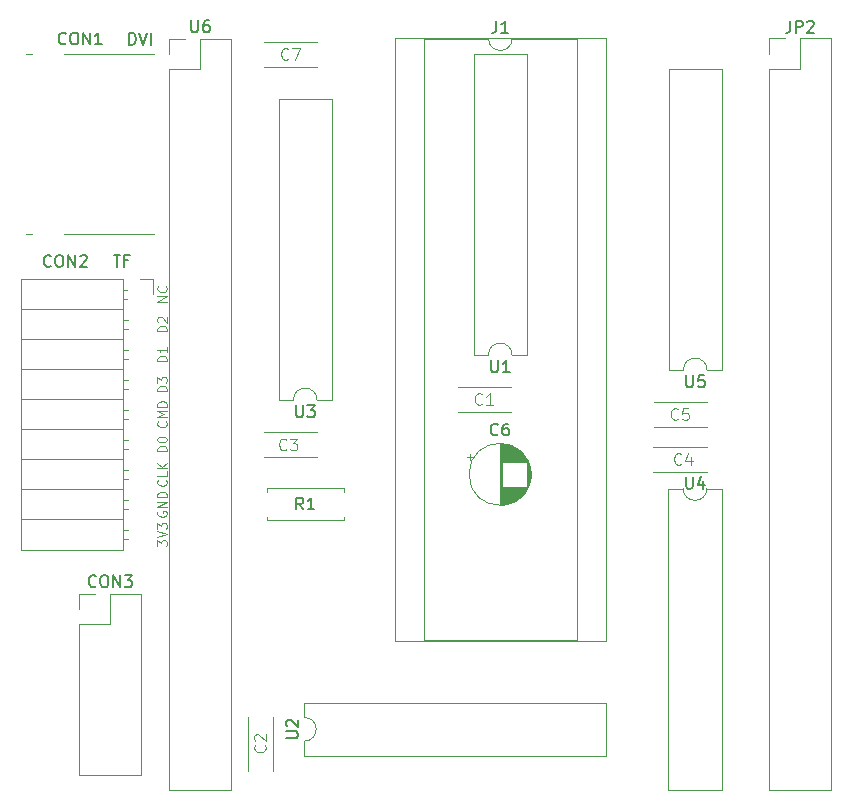
<source format=gto>
G04 #@! TF.GenerationSoftware,KiCad,Pcbnew,(6.0.9)*
G04 #@! TF.CreationDate,2024-06-02T20:06:45+02:00*
G04 #@! TF.ProjectId,Sombrero_MSX_Goa'uld_X,536f6d62-7265-4726-9f5f-4d53585f476f,rev?*
G04 #@! TF.SameCoordinates,Original*
G04 #@! TF.FileFunction,Legend,Top*
G04 #@! TF.FilePolarity,Positive*
%FSLAX46Y46*%
G04 Gerber Fmt 4.6, Leading zero omitted, Abs format (unit mm)*
G04 Created by KiCad (PCBNEW (6.0.9)) date 2024-06-02 20:06:45*
%MOMM*%
%LPD*%
G01*
G04 APERTURE LIST*
%ADD10C,0.150000*%
%ADD11C,0.120000*%
%ADD12C,0.096520*%
%ADD13R,1.600000X1.600000*%
%ADD14C,1.600000*%
%ADD15R,2.400000X1.600000*%
%ADD16O,2.400000X1.600000*%
%ADD17R,1.700000X1.700000*%
%ADD18O,1.700000X1.700000*%
%ADD19C,1.700000*%
%ADD20C,1.100000*%
%ADD21O,2.300000X1.500000*%
%ADD22O,1.600000X1.600000*%
%ADD23R,1.600000X2.400000*%
%ADD24O,1.600000X2.400000*%
G04 APERTURE END LIST*
D10*
X115911428Y-77922380D02*
X115911428Y-76922380D01*
X116149523Y-76922380D01*
X116292380Y-76970000D01*
X116387619Y-77065238D01*
X116435238Y-77160476D01*
X116482857Y-77350952D01*
X116482857Y-77493809D01*
X116435238Y-77684285D01*
X116387619Y-77779523D01*
X116292380Y-77874761D01*
X116149523Y-77922380D01*
X115911428Y-77922380D01*
X116768571Y-76922380D02*
X117101904Y-77922380D01*
X117435238Y-76922380D01*
X117768571Y-77922380D02*
X117768571Y-76922380D01*
D11*
X119106904Y-99688571D02*
X118306904Y-99688571D01*
X119106904Y-99231428D01*
X118306904Y-99231428D01*
X119030714Y-98393333D02*
X119068809Y-98431428D01*
X119106904Y-98545714D01*
X119106904Y-98621904D01*
X119068809Y-98736190D01*
X118992619Y-98812380D01*
X118916428Y-98850476D01*
X118764047Y-98888571D01*
X118649761Y-98888571D01*
X118497380Y-98850476D01*
X118421190Y-98812380D01*
X118345000Y-98736190D01*
X118306904Y-98621904D01*
X118306904Y-98545714D01*
X118345000Y-98431428D01*
X118383095Y-98393333D01*
X119106904Y-102190476D02*
X118306904Y-102190476D01*
X118306904Y-102000000D01*
X118345000Y-101885714D01*
X118421190Y-101809523D01*
X118497380Y-101771428D01*
X118649761Y-101733333D01*
X118764047Y-101733333D01*
X118916428Y-101771428D01*
X118992619Y-101809523D01*
X119068809Y-101885714D01*
X119106904Y-102000000D01*
X119106904Y-102190476D01*
X118383095Y-101428571D02*
X118345000Y-101390476D01*
X118306904Y-101314285D01*
X118306904Y-101123809D01*
X118345000Y-101047619D01*
X118383095Y-101009523D01*
X118459285Y-100971428D01*
X118535476Y-100971428D01*
X118649761Y-101009523D01*
X119106904Y-101466666D01*
X119106904Y-100971428D01*
D10*
X114601714Y-95718380D02*
X115173142Y-95718380D01*
X114887428Y-96718380D02*
X114887428Y-95718380D01*
X115839809Y-96194571D02*
X115506476Y-96194571D01*
X115506476Y-96718380D02*
X115506476Y-95718380D01*
X115982666Y-95718380D01*
D11*
X119106904Y-112350476D02*
X118306904Y-112350476D01*
X118306904Y-112160000D01*
X118345000Y-112045714D01*
X118421190Y-111969523D01*
X118497380Y-111931428D01*
X118649761Y-111893333D01*
X118764047Y-111893333D01*
X118916428Y-111931428D01*
X118992619Y-111969523D01*
X119068809Y-112045714D01*
X119106904Y-112160000D01*
X119106904Y-112350476D01*
X118306904Y-111398095D02*
X118306904Y-111321904D01*
X118345000Y-111245714D01*
X118383095Y-111207619D01*
X118459285Y-111169523D01*
X118611666Y-111131428D01*
X118802142Y-111131428D01*
X118954523Y-111169523D01*
X119030714Y-111207619D01*
X119068809Y-111245714D01*
X119106904Y-111321904D01*
X119106904Y-111398095D01*
X119068809Y-111474285D01*
X119030714Y-111512380D01*
X118954523Y-111550476D01*
X118802142Y-111588571D01*
X118611666Y-111588571D01*
X118459285Y-111550476D01*
X118383095Y-111512380D01*
X118345000Y-111474285D01*
X118306904Y-111398095D01*
X119030714Y-109829523D02*
X119068809Y-109867619D01*
X119106904Y-109981904D01*
X119106904Y-110058095D01*
X119068809Y-110172380D01*
X118992619Y-110248571D01*
X118916428Y-110286666D01*
X118764047Y-110324761D01*
X118649761Y-110324761D01*
X118497380Y-110286666D01*
X118421190Y-110248571D01*
X118345000Y-110172380D01*
X118306904Y-110058095D01*
X118306904Y-109981904D01*
X118345000Y-109867619D01*
X118383095Y-109829523D01*
X119106904Y-109486666D02*
X118306904Y-109486666D01*
X118878333Y-109220000D01*
X118306904Y-108953333D01*
X119106904Y-108953333D01*
X119106904Y-108572380D02*
X118306904Y-108572380D01*
X118306904Y-108381904D01*
X118345000Y-108267619D01*
X118421190Y-108191428D01*
X118497380Y-108153333D01*
X118649761Y-108115238D01*
X118764047Y-108115238D01*
X118916428Y-108153333D01*
X118992619Y-108191428D01*
X119068809Y-108267619D01*
X119106904Y-108381904D01*
X119106904Y-108572380D01*
X118306904Y-120370476D02*
X118306904Y-119875238D01*
X118611666Y-120141904D01*
X118611666Y-120027619D01*
X118649761Y-119951428D01*
X118687857Y-119913333D01*
X118764047Y-119875238D01*
X118954523Y-119875238D01*
X119030714Y-119913333D01*
X119068809Y-119951428D01*
X119106904Y-120027619D01*
X119106904Y-120256190D01*
X119068809Y-120332380D01*
X119030714Y-120370476D01*
X118306904Y-119646666D02*
X119106904Y-119380000D01*
X118306904Y-119113333D01*
X118306904Y-118922857D02*
X118306904Y-118427619D01*
X118611666Y-118694285D01*
X118611666Y-118580000D01*
X118649761Y-118503809D01*
X118687857Y-118465714D01*
X118764047Y-118427619D01*
X118954523Y-118427619D01*
X119030714Y-118465714D01*
X119068809Y-118503809D01*
X119106904Y-118580000D01*
X119106904Y-118808571D01*
X119068809Y-118884761D01*
X119030714Y-118922857D01*
X118345000Y-117449523D02*
X118306904Y-117525714D01*
X118306904Y-117640000D01*
X118345000Y-117754285D01*
X118421190Y-117830476D01*
X118497380Y-117868571D01*
X118649761Y-117906666D01*
X118764047Y-117906666D01*
X118916428Y-117868571D01*
X118992619Y-117830476D01*
X119068809Y-117754285D01*
X119106904Y-117640000D01*
X119106904Y-117563809D01*
X119068809Y-117449523D01*
X119030714Y-117411428D01*
X118764047Y-117411428D01*
X118764047Y-117563809D01*
X119106904Y-117068571D02*
X118306904Y-117068571D01*
X119106904Y-116611428D01*
X118306904Y-116611428D01*
X119106904Y-116230476D02*
X118306904Y-116230476D01*
X118306904Y-116040000D01*
X118345000Y-115925714D01*
X118421190Y-115849523D01*
X118497380Y-115811428D01*
X118649761Y-115773333D01*
X118764047Y-115773333D01*
X118916428Y-115811428D01*
X118992619Y-115849523D01*
X119068809Y-115925714D01*
X119106904Y-116040000D01*
X119106904Y-116230476D01*
X119106904Y-104730476D02*
X118306904Y-104730476D01*
X118306904Y-104540000D01*
X118345000Y-104425714D01*
X118421190Y-104349523D01*
X118497380Y-104311428D01*
X118649761Y-104273333D01*
X118764047Y-104273333D01*
X118916428Y-104311428D01*
X118992619Y-104349523D01*
X119068809Y-104425714D01*
X119106904Y-104540000D01*
X119106904Y-104730476D01*
X119106904Y-103511428D02*
X119106904Y-103968571D01*
X119106904Y-103740000D02*
X118306904Y-103740000D01*
X118421190Y-103816190D01*
X118497380Y-103892380D01*
X118535476Y-103968571D01*
X119106904Y-107270476D02*
X118306904Y-107270476D01*
X118306904Y-107080000D01*
X118345000Y-106965714D01*
X118421190Y-106889523D01*
X118497380Y-106851428D01*
X118649761Y-106813333D01*
X118764047Y-106813333D01*
X118916428Y-106851428D01*
X118992619Y-106889523D01*
X119068809Y-106965714D01*
X119106904Y-107080000D01*
X119106904Y-107270476D01*
X118306904Y-106546666D02*
X118306904Y-106051428D01*
X118611666Y-106318095D01*
X118611666Y-106203809D01*
X118649761Y-106127619D01*
X118687857Y-106089523D01*
X118764047Y-106051428D01*
X118954523Y-106051428D01*
X119030714Y-106089523D01*
X119068809Y-106127619D01*
X119106904Y-106203809D01*
X119106904Y-106432380D01*
X119068809Y-106508571D01*
X119030714Y-106546666D01*
X119030714Y-114776190D02*
X119068809Y-114814285D01*
X119106904Y-114928571D01*
X119106904Y-115004761D01*
X119068809Y-115119047D01*
X118992619Y-115195238D01*
X118916428Y-115233333D01*
X118764047Y-115271428D01*
X118649761Y-115271428D01*
X118497380Y-115233333D01*
X118421190Y-115195238D01*
X118345000Y-115119047D01*
X118306904Y-115004761D01*
X118306904Y-114928571D01*
X118345000Y-114814285D01*
X118383095Y-114776190D01*
X119106904Y-114052380D02*
X119106904Y-114433333D01*
X118306904Y-114433333D01*
X119106904Y-113785714D02*
X118306904Y-113785714D01*
X119106904Y-113328571D02*
X118649761Y-113671428D01*
X118306904Y-113328571D02*
X118764047Y-113785714D01*
D10*
X147133333Y-110907142D02*
X147085714Y-110954761D01*
X146942857Y-111002380D01*
X146847619Y-111002380D01*
X146704761Y-110954761D01*
X146609523Y-110859523D01*
X146561904Y-110764285D01*
X146514285Y-110573809D01*
X146514285Y-110430952D01*
X146561904Y-110240476D01*
X146609523Y-110145238D01*
X146704761Y-110050000D01*
X146847619Y-110002380D01*
X146942857Y-110002380D01*
X147085714Y-110050000D01*
X147133333Y-110097619D01*
X147990476Y-110002380D02*
X147800000Y-110002380D01*
X147704761Y-110050000D01*
X147657142Y-110097619D01*
X147561904Y-110240476D01*
X147514285Y-110430952D01*
X147514285Y-110811904D01*
X147561904Y-110907142D01*
X147609523Y-110954761D01*
X147704761Y-111002380D01*
X147895238Y-111002380D01*
X147990476Y-110954761D01*
X148038095Y-110907142D01*
X148085714Y-110811904D01*
X148085714Y-110573809D01*
X148038095Y-110478571D01*
X147990476Y-110430952D01*
X147895238Y-110383333D01*
X147704761Y-110383333D01*
X147609523Y-110430952D01*
X147561904Y-110478571D01*
X147514285Y-110573809D01*
X146558095Y-104652380D02*
X146558095Y-105461904D01*
X146605714Y-105557142D01*
X146653333Y-105604761D01*
X146748571Y-105652380D01*
X146939047Y-105652380D01*
X147034285Y-105604761D01*
X147081904Y-105557142D01*
X147129523Y-105461904D01*
X147129523Y-104652380D01*
X148129523Y-105652380D02*
X147558095Y-105652380D01*
X147843809Y-105652380D02*
X147843809Y-104652380D01*
X147748571Y-104795238D01*
X147653333Y-104890476D01*
X147558095Y-104938095D01*
X121158095Y-75862380D02*
X121158095Y-76671904D01*
X121205714Y-76767142D01*
X121253333Y-76814761D01*
X121348571Y-76862380D01*
X121539047Y-76862380D01*
X121634285Y-76814761D01*
X121681904Y-76767142D01*
X121729523Y-76671904D01*
X121729523Y-75862380D01*
X122634285Y-75862380D02*
X122443809Y-75862380D01*
X122348571Y-75910000D01*
X122300952Y-75957619D01*
X122205714Y-76100476D01*
X122158095Y-76290952D01*
X122158095Y-76671904D01*
X122205714Y-76767142D01*
X122253333Y-76814761D01*
X122348571Y-76862380D01*
X122539047Y-76862380D01*
X122634285Y-76814761D01*
X122681904Y-76767142D01*
X122729523Y-76671904D01*
X122729523Y-76433809D01*
X122681904Y-76338571D01*
X122634285Y-76290952D01*
X122539047Y-76243333D01*
X122348571Y-76243333D01*
X122253333Y-76290952D01*
X122205714Y-76338571D01*
X122158095Y-76433809D01*
X171886666Y-75906380D02*
X171886666Y-76620666D01*
X171839047Y-76763523D01*
X171743809Y-76858761D01*
X171600952Y-76906380D01*
X171505714Y-76906380D01*
X172362857Y-76906380D02*
X172362857Y-75906380D01*
X172743809Y-75906380D01*
X172839047Y-75954000D01*
X172886666Y-76001619D01*
X172934285Y-76096857D01*
X172934285Y-76239714D01*
X172886666Y-76334952D01*
X172839047Y-76382571D01*
X172743809Y-76430190D01*
X172362857Y-76430190D01*
X173315238Y-76001619D02*
X173362857Y-75954000D01*
X173458095Y-75906380D01*
X173696190Y-75906380D01*
X173791428Y-75954000D01*
X173839047Y-76001619D01*
X173886666Y-76096857D01*
X173886666Y-76192095D01*
X173839047Y-76334952D01*
X173267619Y-76906380D01*
X173886666Y-76906380D01*
X163068095Y-105922380D02*
X163068095Y-106731904D01*
X163115714Y-106827142D01*
X163163333Y-106874761D01*
X163258571Y-106922380D01*
X163449047Y-106922380D01*
X163544285Y-106874761D01*
X163591904Y-106827142D01*
X163639523Y-106731904D01*
X163639523Y-105922380D01*
X164591904Y-105922380D02*
X164115714Y-105922380D01*
X164068095Y-106398571D01*
X164115714Y-106350952D01*
X164210952Y-106303333D01*
X164449047Y-106303333D01*
X164544285Y-106350952D01*
X164591904Y-106398571D01*
X164639523Y-106493809D01*
X164639523Y-106731904D01*
X164591904Y-106827142D01*
X164544285Y-106874761D01*
X164449047Y-106922380D01*
X164210952Y-106922380D01*
X164115714Y-106874761D01*
X164068095Y-106827142D01*
X130048095Y-108462380D02*
X130048095Y-109271904D01*
X130095714Y-109367142D01*
X130143333Y-109414761D01*
X130238571Y-109462380D01*
X130429047Y-109462380D01*
X130524285Y-109414761D01*
X130571904Y-109367142D01*
X130619523Y-109271904D01*
X130619523Y-108462380D01*
X131000476Y-108462380D02*
X131619523Y-108462380D01*
X131286190Y-108843333D01*
X131429047Y-108843333D01*
X131524285Y-108890952D01*
X131571904Y-108938571D01*
X131619523Y-109033809D01*
X131619523Y-109271904D01*
X131571904Y-109367142D01*
X131524285Y-109414761D01*
X131429047Y-109462380D01*
X131143333Y-109462380D01*
X131048095Y-109414761D01*
X131000476Y-109367142D01*
D12*
X162642090Y-113400114D02*
X162596128Y-113446076D01*
X162458242Y-113492038D01*
X162366318Y-113492038D01*
X162228433Y-113446076D01*
X162136509Y-113354152D01*
X162090547Y-113262228D01*
X162044585Y-113078380D01*
X162044585Y-112940495D01*
X162090547Y-112756647D01*
X162136509Y-112664723D01*
X162228433Y-112572800D01*
X162366318Y-112526838D01*
X162458242Y-112526838D01*
X162596128Y-112572800D01*
X162642090Y-112618761D01*
X163469404Y-112848571D02*
X163469404Y-113492038D01*
X163239595Y-112480876D02*
X163009785Y-113170304D01*
X163607290Y-113170304D01*
D10*
X163053095Y-114514380D02*
X163053095Y-115323904D01*
X163100714Y-115419142D01*
X163148333Y-115466761D01*
X163243571Y-115514380D01*
X163434047Y-115514380D01*
X163529285Y-115466761D01*
X163576904Y-115419142D01*
X163624523Y-115323904D01*
X163624523Y-114514380D01*
X164529285Y-114847714D02*
X164529285Y-115514380D01*
X164291190Y-114466761D02*
X164053095Y-115181047D01*
X164672142Y-115181047D01*
D12*
X129368090Y-79110114D02*
X129322128Y-79156076D01*
X129184242Y-79202038D01*
X129092318Y-79202038D01*
X128954433Y-79156076D01*
X128862509Y-79064152D01*
X128816547Y-78972228D01*
X128770585Y-78788380D01*
X128770585Y-78650495D01*
X128816547Y-78466647D01*
X128862509Y-78374723D01*
X128954433Y-78282800D01*
X129092318Y-78236838D01*
X129184242Y-78236838D01*
X129322128Y-78282800D01*
X129368090Y-78328761D01*
X129689823Y-78236838D02*
X130333290Y-78236838D01*
X129919633Y-79202038D01*
D10*
X110545714Y-77807142D02*
X110498095Y-77854761D01*
X110355238Y-77902380D01*
X110260000Y-77902380D01*
X110117142Y-77854761D01*
X110021904Y-77759523D01*
X109974285Y-77664285D01*
X109926666Y-77473809D01*
X109926666Y-77330952D01*
X109974285Y-77140476D01*
X110021904Y-77045238D01*
X110117142Y-76950000D01*
X110260000Y-76902380D01*
X110355238Y-76902380D01*
X110498095Y-76950000D01*
X110545714Y-76997619D01*
X111164761Y-76902380D02*
X111355238Y-76902380D01*
X111450476Y-76950000D01*
X111545714Y-77045238D01*
X111593333Y-77235714D01*
X111593333Y-77569047D01*
X111545714Y-77759523D01*
X111450476Y-77854761D01*
X111355238Y-77902380D01*
X111164761Y-77902380D01*
X111069523Y-77854761D01*
X110974285Y-77759523D01*
X110926666Y-77569047D01*
X110926666Y-77235714D01*
X110974285Y-77045238D01*
X111069523Y-76950000D01*
X111164761Y-76902380D01*
X112021904Y-77902380D02*
X112021904Y-76902380D01*
X112593333Y-77902380D01*
X112593333Y-76902380D01*
X113593333Y-77902380D02*
X113021904Y-77902380D01*
X113307619Y-77902380D02*
X113307619Y-76902380D01*
X113212380Y-77045238D01*
X113117142Y-77140476D01*
X113021904Y-77188095D01*
D12*
X162358496Y-109585114D02*
X162312534Y-109631076D01*
X162174648Y-109677038D01*
X162082724Y-109677038D01*
X161944839Y-109631076D01*
X161852915Y-109539152D01*
X161806953Y-109447228D01*
X161760991Y-109263380D01*
X161760991Y-109125495D01*
X161806953Y-108941647D01*
X161852915Y-108849723D01*
X161944839Y-108757800D01*
X162082724Y-108711838D01*
X162174648Y-108711838D01*
X162312534Y-108757800D01*
X162358496Y-108803761D01*
X163231772Y-108711838D02*
X162772153Y-108711838D01*
X162726191Y-109171457D01*
X162772153Y-109125495D01*
X162864077Y-109079533D01*
X163093886Y-109079533D01*
X163185810Y-109125495D01*
X163231772Y-109171457D01*
X163277734Y-109263380D01*
X163277734Y-109493190D01*
X163231772Y-109585114D01*
X163185810Y-109631076D01*
X163093886Y-109677038D01*
X162864077Y-109677038D01*
X162772153Y-109631076D01*
X162726191Y-109585114D01*
X129216176Y-112155114D02*
X129170214Y-112201076D01*
X129032328Y-112247038D01*
X128940404Y-112247038D01*
X128802519Y-112201076D01*
X128710595Y-112109152D01*
X128664633Y-112017228D01*
X128618671Y-111833380D01*
X128618671Y-111695495D01*
X128664633Y-111511647D01*
X128710595Y-111419723D01*
X128802519Y-111327800D01*
X128940404Y-111281838D01*
X129032328Y-111281838D01*
X129170214Y-111327800D01*
X129216176Y-111373761D01*
X129537909Y-111281838D02*
X130135414Y-111281838D01*
X129813681Y-111649533D01*
X129951566Y-111649533D01*
X130043490Y-111695495D01*
X130089452Y-111741457D01*
X130135414Y-111833380D01*
X130135414Y-112063190D01*
X130089452Y-112155114D01*
X130043490Y-112201076D01*
X129951566Y-112247038D01*
X129675795Y-112247038D01*
X129583871Y-112201076D01*
X129537909Y-112155114D01*
D10*
X146986666Y-75906380D02*
X146986666Y-76620666D01*
X146939047Y-76763523D01*
X146843809Y-76858761D01*
X146700952Y-76906380D01*
X146605714Y-76906380D01*
X147986666Y-76906380D02*
X147415238Y-76906380D01*
X147700952Y-76906380D02*
X147700952Y-75906380D01*
X147605714Y-76049238D01*
X147510476Y-76144476D01*
X147415238Y-76192095D01*
D12*
X145778496Y-108320114D02*
X145732534Y-108366076D01*
X145594648Y-108412038D01*
X145502724Y-108412038D01*
X145364839Y-108366076D01*
X145272915Y-108274152D01*
X145226953Y-108182228D01*
X145180991Y-107998380D01*
X145180991Y-107860495D01*
X145226953Y-107676647D01*
X145272915Y-107584723D01*
X145364839Y-107492800D01*
X145502724Y-107446838D01*
X145594648Y-107446838D01*
X145732534Y-107492800D01*
X145778496Y-107538761D01*
X146697734Y-108412038D02*
X146146191Y-108412038D01*
X146421962Y-108412038D02*
X146421962Y-107446838D01*
X146330039Y-107584723D01*
X146238115Y-107676647D01*
X146146191Y-107722609D01*
X127385114Y-137225229D02*
X127431076Y-137271191D01*
X127477038Y-137409077D01*
X127477038Y-137501001D01*
X127431076Y-137638886D01*
X127339152Y-137730810D01*
X127247228Y-137776772D01*
X127063380Y-137822734D01*
X126925495Y-137822734D01*
X126741647Y-137776772D01*
X126649723Y-137730810D01*
X126557800Y-137638886D01*
X126511838Y-137501001D01*
X126511838Y-137409077D01*
X126557800Y-137271191D01*
X126603761Y-137225229D01*
X126603761Y-136857534D02*
X126557800Y-136811572D01*
X126511838Y-136719648D01*
X126511838Y-136489839D01*
X126557800Y-136397915D01*
X126603761Y-136351953D01*
X126695685Y-136305991D01*
X126787609Y-136305991D01*
X126925495Y-136351953D01*
X127477038Y-136903496D01*
X127477038Y-136305991D01*
D10*
X113085714Y-123757142D02*
X113038095Y-123804761D01*
X112895238Y-123852380D01*
X112800000Y-123852380D01*
X112657142Y-123804761D01*
X112561904Y-123709523D01*
X112514285Y-123614285D01*
X112466666Y-123423809D01*
X112466666Y-123280952D01*
X112514285Y-123090476D01*
X112561904Y-122995238D01*
X112657142Y-122900000D01*
X112800000Y-122852380D01*
X112895238Y-122852380D01*
X113038095Y-122900000D01*
X113085714Y-122947619D01*
X113704761Y-122852380D02*
X113895238Y-122852380D01*
X113990476Y-122900000D01*
X114085714Y-122995238D01*
X114133333Y-123185714D01*
X114133333Y-123519047D01*
X114085714Y-123709523D01*
X113990476Y-123804761D01*
X113895238Y-123852380D01*
X113704761Y-123852380D01*
X113609523Y-123804761D01*
X113514285Y-123709523D01*
X113466666Y-123519047D01*
X113466666Y-123185714D01*
X113514285Y-122995238D01*
X113609523Y-122900000D01*
X113704761Y-122852380D01*
X114561904Y-123852380D02*
X114561904Y-122852380D01*
X115133333Y-123852380D01*
X115133333Y-122852380D01*
X115514285Y-122852380D02*
X116133333Y-122852380D01*
X115800000Y-123233333D01*
X115942857Y-123233333D01*
X116038095Y-123280952D01*
X116085714Y-123328571D01*
X116133333Y-123423809D01*
X116133333Y-123661904D01*
X116085714Y-123757142D01*
X116038095Y-123804761D01*
X115942857Y-123852380D01*
X115657142Y-123852380D01*
X115561904Y-123804761D01*
X115514285Y-123757142D01*
X129192380Y-136646904D02*
X130001904Y-136646904D01*
X130097142Y-136599285D01*
X130144761Y-136551666D01*
X130192380Y-136456428D01*
X130192380Y-136265952D01*
X130144761Y-136170714D01*
X130097142Y-136123095D01*
X130001904Y-136075476D01*
X129192380Y-136075476D01*
X129287619Y-135646904D02*
X129240000Y-135599285D01*
X129192380Y-135504047D01*
X129192380Y-135265952D01*
X129240000Y-135170714D01*
X129287619Y-135123095D01*
X129382857Y-135075476D01*
X129478095Y-135075476D01*
X129620952Y-135123095D01*
X130192380Y-135694523D01*
X130192380Y-135075476D01*
X130643333Y-117272380D02*
X130310000Y-116796190D01*
X130071904Y-117272380D02*
X130071904Y-116272380D01*
X130452857Y-116272380D01*
X130548095Y-116320000D01*
X130595714Y-116367619D01*
X130643333Y-116462857D01*
X130643333Y-116605714D01*
X130595714Y-116700952D01*
X130548095Y-116748571D01*
X130452857Y-116796190D01*
X130071904Y-116796190D01*
X131595714Y-117272380D02*
X131024285Y-117272380D01*
X131310000Y-117272380D02*
X131310000Y-116272380D01*
X131214761Y-116415238D01*
X131119523Y-116510476D01*
X131024285Y-116558095D01*
X109275714Y-96647142D02*
X109228095Y-96694761D01*
X109085238Y-96742380D01*
X108990000Y-96742380D01*
X108847142Y-96694761D01*
X108751904Y-96599523D01*
X108704285Y-96504285D01*
X108656666Y-96313809D01*
X108656666Y-96170952D01*
X108704285Y-95980476D01*
X108751904Y-95885238D01*
X108847142Y-95790000D01*
X108990000Y-95742380D01*
X109085238Y-95742380D01*
X109228095Y-95790000D01*
X109275714Y-95837619D01*
X109894761Y-95742380D02*
X110085238Y-95742380D01*
X110180476Y-95790000D01*
X110275714Y-95885238D01*
X110323333Y-96075714D01*
X110323333Y-96409047D01*
X110275714Y-96599523D01*
X110180476Y-96694761D01*
X110085238Y-96742380D01*
X109894761Y-96742380D01*
X109799523Y-96694761D01*
X109704285Y-96599523D01*
X109656666Y-96409047D01*
X109656666Y-96075714D01*
X109704285Y-95885238D01*
X109799523Y-95790000D01*
X109894761Y-95742380D01*
X110751904Y-96742380D02*
X110751904Y-95742380D01*
X111323333Y-96742380D01*
X111323333Y-95742380D01*
X111751904Y-95837619D02*
X111799523Y-95790000D01*
X111894761Y-95742380D01*
X112132857Y-95742380D01*
X112228095Y-95790000D01*
X112275714Y-95837619D01*
X112323333Y-95932857D01*
X112323333Y-96028095D01*
X112275714Y-96170952D01*
X111704285Y-96742380D01*
X112323333Y-96742380D01*
D11*
X148381000Y-115340000D02*
X148381000Y-116648000D01*
X149261000Y-112601000D02*
X149261000Y-113260000D01*
X149541000Y-112981000D02*
X149541000Y-113260000D01*
X149501000Y-112917000D02*
X149501000Y-113260000D01*
X147780000Y-115340000D02*
X147780000Y-116836000D01*
X148581000Y-112053000D02*
X148581000Y-113260000D01*
X147300000Y-111720000D02*
X147300000Y-116880000D01*
X148461000Y-115340000D02*
X148461000Y-116610000D01*
X149141000Y-115340000D02*
X149141000Y-116126000D01*
X148741000Y-115340000D02*
X148741000Y-116449000D01*
X148021000Y-115340000D02*
X148021000Y-116780000D01*
X148781000Y-115340000D02*
X148781000Y-116422000D01*
X149461000Y-112857000D02*
X149461000Y-113260000D01*
X147380000Y-111721000D02*
X147380000Y-116879000D01*
X148901000Y-112265000D02*
X148901000Y-113260000D01*
X149861000Y-113782000D02*
X149861000Y-114818000D01*
X148101000Y-111845000D02*
X148101000Y-113260000D01*
X148621000Y-112076000D02*
X148621000Y-113260000D01*
X148421000Y-115340000D02*
X148421000Y-116629000D01*
X149221000Y-115340000D02*
X149221000Y-116043000D01*
X148941000Y-115340000D02*
X148941000Y-116304000D01*
X149541000Y-115340000D02*
X149541000Y-115619000D01*
X149581000Y-115340000D02*
X149581000Y-115551000D01*
X149101000Y-115340000D02*
X149101000Y-116164000D01*
X147860000Y-115340000D02*
X147860000Y-116820000D01*
X147780000Y-111764000D02*
X147780000Y-113260000D01*
X148021000Y-111820000D02*
X148021000Y-113260000D01*
X148221000Y-111886000D02*
X148221000Y-113260000D01*
X147980000Y-115340000D02*
X147980000Y-116791000D01*
X149821000Y-113623000D02*
X149821000Y-114977000D01*
X148701000Y-112125000D02*
X148701000Y-113260000D01*
X148061000Y-115340000D02*
X148061000Y-116768000D01*
X149181000Y-112515000D02*
X149181000Y-113260000D01*
X149461000Y-115340000D02*
X149461000Y-115743000D01*
X149021000Y-112363000D02*
X149021000Y-113260000D01*
X148741000Y-112151000D02*
X148741000Y-113260000D01*
X148421000Y-111971000D02*
X148421000Y-113260000D01*
X147660000Y-115340000D02*
X147660000Y-116856000D01*
X149501000Y-115340000D02*
X149501000Y-115683000D01*
X147900000Y-111789000D02*
X147900000Y-113260000D01*
X149661000Y-113202000D02*
X149661000Y-115398000D01*
X149221000Y-112557000D02*
X149221000Y-113260000D01*
X147540000Y-115340000D02*
X147540000Y-116869000D01*
X147820000Y-115340000D02*
X147820000Y-116828000D01*
X147740000Y-111757000D02*
X147740000Y-113260000D01*
X147460000Y-111724000D02*
X147460000Y-116876000D01*
X148821000Y-112205000D02*
X148821000Y-113260000D01*
X148541000Y-115340000D02*
X148541000Y-116568000D01*
X148301000Y-111918000D02*
X148301000Y-113260000D01*
X147940000Y-115340000D02*
X147940000Y-116801000D01*
X147820000Y-111772000D02*
X147820000Y-113260000D01*
X147340000Y-111720000D02*
X147340000Y-116880000D01*
X148341000Y-111935000D02*
X148341000Y-113260000D01*
X149301000Y-115340000D02*
X149301000Y-115953000D01*
X147940000Y-111799000D02*
X147940000Y-113260000D01*
X147620000Y-111739000D02*
X147620000Y-113260000D01*
X148661000Y-112100000D02*
X148661000Y-113260000D01*
X148901000Y-115340000D02*
X148901000Y-116335000D01*
X149141000Y-112474000D02*
X149141000Y-113260000D01*
X147700000Y-115340000D02*
X147700000Y-116850000D01*
X148141000Y-111858000D02*
X148141000Y-113260000D01*
X147860000Y-111780000D02*
X147860000Y-113260000D01*
X147700000Y-111750000D02*
X147700000Y-113260000D01*
X148701000Y-115340000D02*
X148701000Y-116475000D01*
X148261000Y-115340000D02*
X148261000Y-116698000D01*
X147420000Y-111722000D02*
X147420000Y-116878000D01*
X147500000Y-111727000D02*
X147500000Y-116873000D01*
X147540000Y-111731000D02*
X147540000Y-113260000D01*
X147900000Y-115340000D02*
X147900000Y-116811000D01*
X149181000Y-115340000D02*
X149181000Y-116085000D01*
X148501000Y-112010000D02*
X148501000Y-113260000D01*
X148861000Y-112235000D02*
X148861000Y-113260000D01*
X148341000Y-115340000D02*
X148341000Y-116665000D01*
X149301000Y-112647000D02*
X149301000Y-113260000D01*
X147660000Y-111744000D02*
X147660000Y-113260000D01*
X149021000Y-115340000D02*
X149021000Y-116237000D01*
X148141000Y-115340000D02*
X148141000Y-116742000D01*
X148861000Y-115340000D02*
X148861000Y-116365000D01*
X148581000Y-115340000D02*
X148581000Y-116547000D01*
X149061000Y-115340000D02*
X149061000Y-116201000D01*
X148101000Y-115340000D02*
X148101000Y-116755000D01*
X148621000Y-115340000D02*
X148621000Y-116524000D01*
X148261000Y-111902000D02*
X148261000Y-113260000D01*
X144495225Y-112825000D02*
X144995225Y-112825000D01*
X149341000Y-115340000D02*
X149341000Y-115905000D01*
X149781000Y-113495000D02*
X149781000Y-115105000D01*
X149581000Y-113049000D02*
X149581000Y-113260000D01*
X148181000Y-115340000D02*
X148181000Y-116728000D01*
X147580000Y-115340000D02*
X147580000Y-116865000D01*
X149901000Y-114016000D02*
X149901000Y-114584000D01*
X148181000Y-111872000D02*
X148181000Y-113260000D01*
X149701000Y-113289000D02*
X149701000Y-115311000D01*
X148301000Y-115340000D02*
X148301000Y-116682000D01*
X148941000Y-112296000D02*
X148941000Y-113260000D01*
X149421000Y-112800000D02*
X149421000Y-113260000D01*
X149621000Y-113122000D02*
X149621000Y-115478000D01*
X148781000Y-112178000D02*
X148781000Y-113260000D01*
X148661000Y-115340000D02*
X148661000Y-116500000D01*
X148221000Y-115340000D02*
X148221000Y-116714000D01*
X144745225Y-112575000D02*
X144745225Y-113075000D01*
X148381000Y-111952000D02*
X148381000Y-113260000D01*
X148981000Y-112329000D02*
X148981000Y-113260000D01*
X147980000Y-111809000D02*
X147980000Y-113260000D01*
X148821000Y-115340000D02*
X148821000Y-116395000D01*
X147620000Y-115340000D02*
X147620000Y-116861000D01*
X148501000Y-115340000D02*
X148501000Y-116590000D01*
X148541000Y-112032000D02*
X148541000Y-113260000D01*
X149381000Y-112746000D02*
X149381000Y-113260000D01*
X148461000Y-111990000D02*
X148461000Y-113260000D01*
X149381000Y-115340000D02*
X149381000Y-115854000D01*
X149741000Y-113385000D02*
X149741000Y-115215000D01*
X148981000Y-115340000D02*
X148981000Y-116271000D01*
X147580000Y-111735000D02*
X147580000Y-113260000D01*
X149421000Y-115340000D02*
X149421000Y-115800000D01*
X149061000Y-112399000D02*
X149061000Y-113260000D01*
X147740000Y-115340000D02*
X147740000Y-116843000D01*
X149341000Y-112695000D02*
X149341000Y-113260000D01*
X148061000Y-111832000D02*
X148061000Y-113260000D01*
X149261000Y-115340000D02*
X149261000Y-115999000D01*
X149101000Y-112436000D02*
X149101000Y-113260000D01*
X149920000Y-114300000D02*
G75*
G03*
X149920000Y-114300000I-2620000J0D01*
G01*
X149570000Y-104200000D02*
X149570000Y-78680000D01*
X145070000Y-104200000D02*
X146320000Y-104200000D01*
X145070000Y-78680000D02*
X145070000Y-104200000D01*
X148320000Y-104200000D02*
X149570000Y-104200000D01*
X149570000Y-78680000D02*
X145070000Y-78680000D01*
X148320000Y-104200000D02*
G75*
G03*
X146320000Y-104200000I-1000000J0D01*
G01*
X172720000Y-77380000D02*
X175320000Y-77380000D01*
X121920000Y-80010000D02*
X121920000Y-77410000D01*
X121920000Y-77410000D02*
X124520000Y-77410000D01*
X170120000Y-141000000D02*
X175320000Y-141000000D01*
X170120000Y-77380000D02*
X171450000Y-77380000D01*
X119320000Y-80010000D02*
X119320000Y-141030000D01*
X170120000Y-79980000D02*
X170120000Y-141000000D01*
X119320000Y-77410000D02*
X120650000Y-77410000D01*
X170120000Y-79980000D02*
X172720000Y-79980000D01*
X119320000Y-78740000D02*
X119320000Y-77410000D01*
X175320000Y-77380000D02*
X175320000Y-141000000D01*
X119320000Y-80010000D02*
X121920000Y-80010000D01*
X119320000Y-141030000D02*
X124520000Y-141030000D01*
X170120000Y-78710000D02*
X170120000Y-77380000D01*
X172720000Y-79980000D02*
X172720000Y-77380000D01*
X124520000Y-77410000D02*
X124520000Y-141030000D01*
X166080000Y-105470000D02*
X166080000Y-79950000D01*
X166080000Y-79950000D02*
X161580000Y-79950000D01*
X161580000Y-79950000D02*
X161580000Y-105470000D01*
X161580000Y-105470000D02*
X162830000Y-105470000D01*
X164830000Y-105470000D02*
X166080000Y-105470000D01*
X164830000Y-105470000D02*
G75*
G03*
X162830000Y-105470000I-1000000J0D01*
G01*
X131810000Y-108010000D02*
X133060000Y-108010000D01*
X133060000Y-108010000D02*
X133060000Y-82490000D01*
X128560000Y-82490000D02*
X128560000Y-108010000D01*
X128560000Y-108010000D02*
X129810000Y-108010000D01*
X133060000Y-82490000D02*
X128560000Y-82490000D01*
X131810000Y-108010000D02*
G75*
G03*
X129810000Y-108010000I-1000000J0D01*
G01*
X164830000Y-114100000D02*
X160290000Y-114100000D01*
X160290000Y-111975000D02*
X160290000Y-111960000D01*
X164830000Y-114100000D02*
X164830000Y-114085000D01*
X160290000Y-114100000D02*
X160290000Y-114085000D01*
X164830000Y-111975000D02*
X164830000Y-111960000D01*
X164830000Y-111960000D02*
X160290000Y-111960000D01*
X161565000Y-115510000D02*
X161565000Y-141030000D01*
X161565000Y-141030000D02*
X166065000Y-141030000D01*
X166065000Y-115510000D02*
X164815000Y-115510000D01*
X166065000Y-141030000D02*
X166065000Y-115510000D01*
X162815000Y-115510000D02*
X161565000Y-115510000D01*
X162815000Y-115510000D02*
G75*
G03*
X164815000Y-115510000I1000000J0D01*
G01*
X131850000Y-77670000D02*
X127310000Y-77670000D01*
X127310000Y-79810000D02*
X127310000Y-79795000D01*
X131850000Y-77685000D02*
X131850000Y-77670000D01*
X131850000Y-79810000D02*
X127310000Y-79810000D01*
X127310000Y-77685000D02*
X127310000Y-77670000D01*
X131850000Y-79810000D02*
X131850000Y-79795000D01*
X118000000Y-93940000D02*
X110400000Y-93950000D01*
X107700000Y-78730000D02*
X107200000Y-78730000D01*
X118000000Y-78740000D02*
X110400000Y-78730000D01*
X107700000Y-93950000D02*
X107200000Y-93950000D01*
X160305000Y-108145000D02*
X164845000Y-108145000D01*
X160305000Y-110270000D02*
X160305000Y-110285000D01*
X164845000Y-108145000D02*
X164845000Y-108160000D01*
X160305000Y-108145000D02*
X160305000Y-108160000D01*
X160305000Y-110285000D02*
X164845000Y-110285000D01*
X164845000Y-110270000D02*
X164845000Y-110285000D01*
X131850000Y-110715000D02*
X131850000Y-110730000D01*
X127310000Y-110715000D02*
X127310000Y-110730000D01*
X127310000Y-110715000D02*
X131850000Y-110715000D01*
X127310000Y-112855000D02*
X131850000Y-112855000D01*
X131850000Y-112840000D02*
X131850000Y-112855000D01*
X127310000Y-112840000D02*
X127310000Y-112855000D01*
X140870000Y-128330000D02*
X153790000Y-128330000D01*
X153790000Y-77410000D02*
X148330000Y-77410000D01*
X138380000Y-128390000D02*
X156280000Y-128390000D01*
X138380000Y-77350000D02*
X138380000Y-128390000D01*
X156280000Y-77350000D02*
X138380000Y-77350000D01*
X156280000Y-128390000D02*
X156280000Y-77350000D01*
X153790000Y-128330000D02*
X153790000Y-77410000D01*
X140870000Y-77410000D02*
X140870000Y-128330000D01*
X146330000Y-77410000D02*
X140870000Y-77410000D01*
X146330000Y-77410000D02*
G75*
G03*
X148330000Y-77410000I1000000J0D01*
G01*
X143725000Y-106880000D02*
X148265000Y-106880000D01*
X143725000Y-109005000D02*
X143725000Y-109020000D01*
X148265000Y-106880000D02*
X148265000Y-106895000D01*
X148265000Y-109005000D02*
X148265000Y-109020000D01*
X143725000Y-109020000D02*
X148265000Y-109020000D01*
X143725000Y-106880000D02*
X143725000Y-106895000D01*
X125930000Y-134850000D02*
X125930000Y-139390000D01*
X128070000Y-134850000D02*
X128055000Y-134850000D01*
X125945000Y-139390000D02*
X125930000Y-139390000D01*
X128070000Y-134850000D02*
X128070000Y-139390000D01*
X128070000Y-139390000D02*
X128055000Y-139390000D01*
X125945000Y-134850000D02*
X125930000Y-134850000D01*
X111700000Y-124400000D02*
X113030000Y-124400000D01*
X114300000Y-124400000D02*
X116900000Y-124400000D01*
X116900000Y-124400000D02*
X116900000Y-139760000D01*
X111700000Y-127000000D02*
X111700000Y-139760000D01*
X114300000Y-127000000D02*
X114300000Y-124400000D01*
X111700000Y-139760000D02*
X116900000Y-139760000D01*
X111700000Y-127000000D02*
X114300000Y-127000000D01*
X111700000Y-125730000D02*
X111700000Y-124400000D01*
X130740000Y-138135000D02*
X156260000Y-138135000D01*
X130740000Y-136885000D02*
X130740000Y-138135000D01*
X156260000Y-138135000D02*
X156260000Y-133635000D01*
X156260000Y-133635000D02*
X130740000Y-133635000D01*
X130740000Y-133635000D02*
X130740000Y-134885000D01*
X130740000Y-136885000D02*
G75*
G03*
X130740000Y-134885000I0J1000000D01*
G01*
X134080000Y-117880000D02*
X134080000Y-118210000D01*
X134080000Y-115800000D02*
X134080000Y-115470000D01*
X134080000Y-118210000D02*
X127540000Y-118210000D01*
X134080000Y-115470000D02*
X127540000Y-115470000D01*
X127540000Y-118210000D02*
X127540000Y-117880000D01*
X127540000Y-115470000D02*
X127540000Y-115800000D01*
X106750000Y-105410000D02*
X115380000Y-105410000D01*
X106750000Y-97730000D02*
X106750000Y-120710000D01*
X115380000Y-106320000D02*
X115790000Y-106320000D01*
X115380000Y-108860000D02*
X115790000Y-108860000D01*
X115380000Y-97730000D02*
X115380000Y-120710000D01*
X115380000Y-98700000D02*
X115730000Y-98700000D01*
X106750000Y-110490000D02*
X115380000Y-110490000D01*
X116840000Y-97730000D02*
X117950000Y-97730000D01*
X106750000Y-120710000D02*
X115380000Y-120710000D01*
X115380000Y-99420000D02*
X115730000Y-99420000D01*
X117950000Y-97730000D02*
X117950000Y-99060000D01*
X115380000Y-107040000D02*
X115790000Y-107040000D01*
X106750000Y-113030000D02*
X115380000Y-113030000D01*
X106750000Y-107950000D02*
X115380000Y-107950000D01*
X115380000Y-113940000D02*
X115790000Y-113940000D01*
X106750000Y-115570000D02*
X115380000Y-115570000D01*
X115380000Y-112120000D02*
X115790000Y-112120000D01*
X115380000Y-101240000D02*
X115790000Y-101240000D01*
X106750000Y-118110000D02*
X115380000Y-118110000D01*
X115380000Y-104500000D02*
X115790000Y-104500000D01*
X115380000Y-114660000D02*
X115790000Y-114660000D01*
X115380000Y-101960000D02*
X115790000Y-101960000D01*
X115380000Y-119740000D02*
X115790000Y-119740000D01*
X115380000Y-116480000D02*
X115790000Y-116480000D01*
X115380000Y-111400000D02*
X115790000Y-111400000D01*
X106750000Y-100330000D02*
X115380000Y-100330000D01*
X115380000Y-109580000D02*
X115790000Y-109580000D01*
X106750000Y-97730000D02*
X115380000Y-97730000D01*
X106750000Y-102870000D02*
X115380000Y-102870000D01*
X115380000Y-117200000D02*
X115790000Y-117200000D01*
X115380000Y-119020000D02*
X115790000Y-119020000D01*
X115380000Y-103780000D02*
X115790000Y-103780000D01*
%LPC*%
D13*
X146050000Y-114300000D03*
D14*
X148550000Y-114300000D03*
D15*
X151130000Y-102870000D03*
D16*
X151130000Y-100330000D03*
X151130000Y-97790000D03*
X151130000Y-95250000D03*
X151130000Y-92710000D03*
X151130000Y-90170000D03*
X151130000Y-87630000D03*
X151130000Y-85090000D03*
X151130000Y-82550000D03*
X151130000Y-80010000D03*
X143510000Y-80010000D03*
X143510000Y-82550000D03*
X143510000Y-85090000D03*
X143510000Y-87630000D03*
X143510000Y-90170000D03*
X143510000Y-92710000D03*
X143510000Y-95250000D03*
X143510000Y-97790000D03*
X143510000Y-100330000D03*
X143510000Y-102870000D03*
D17*
X120650000Y-78740000D03*
D18*
X123190000Y-78740000D03*
X120650000Y-81280000D03*
X123190000Y-81280000D03*
X120650000Y-83820000D03*
X123190000Y-83820000D03*
X120650000Y-86360000D03*
X123190000Y-86360000D03*
X120650000Y-88900000D03*
X123190000Y-88900000D03*
X120650000Y-91440000D03*
X123190000Y-91440000D03*
X120650000Y-93980000D03*
X123190000Y-93980000D03*
X120650000Y-96520000D03*
X123190000Y-96520000D03*
X120650000Y-99060000D03*
X123190000Y-99060000D03*
X120650000Y-101600000D03*
X123190000Y-101600000D03*
X120650000Y-104140000D03*
X123190000Y-104140000D03*
X120650000Y-106680000D03*
X123190000Y-106680000D03*
X120650000Y-109220000D03*
X123190000Y-109220000D03*
X120650000Y-111760000D03*
X123190000Y-111760000D03*
X120650000Y-114300000D03*
X123190000Y-114300000D03*
X120650000Y-116840000D03*
X123190000Y-116840000D03*
X120650000Y-119380000D03*
X123190000Y-119380000D03*
X120650000Y-121920000D03*
X123190000Y-121920000D03*
X120650000Y-124460000D03*
X123190000Y-124460000D03*
X120650000Y-127000000D03*
X123190000Y-127000000D03*
X120650000Y-129540000D03*
X123190000Y-129540000D03*
X120650000Y-132080000D03*
X123190000Y-132080000D03*
X120650000Y-134620000D03*
X123190000Y-134620000D03*
X120650000Y-137160000D03*
X123190000Y-137160000D03*
X120650000Y-139700000D03*
X123190000Y-139700000D03*
D17*
X171450000Y-78710000D03*
D18*
X173990000Y-78710000D03*
X171450000Y-81250000D03*
X173990000Y-81250000D03*
X171450000Y-83790000D03*
X173990000Y-83790000D03*
X171450000Y-86330000D03*
X173990000Y-86330000D03*
X171450000Y-88870000D03*
X173990000Y-88870000D03*
X171450000Y-91410000D03*
X173990000Y-91410000D03*
X171450000Y-93950000D03*
X173990000Y-93950000D03*
X171450000Y-96490000D03*
X173990000Y-96490000D03*
X171450000Y-99030000D03*
X173990000Y-99030000D03*
X171450000Y-101570000D03*
X173990000Y-101570000D03*
X171450000Y-104110000D03*
X173990000Y-104110000D03*
X171450000Y-106650000D03*
X173990000Y-106650000D03*
X171450000Y-109190000D03*
X173990000Y-109190000D03*
X171450000Y-111730000D03*
X173990000Y-111730000D03*
X171450000Y-114270000D03*
X173990000Y-114270000D03*
X171450000Y-116810000D03*
X173990000Y-116810000D03*
X171450000Y-119350000D03*
X173990000Y-119350000D03*
X171450000Y-121890000D03*
X173990000Y-121890000D03*
X171450000Y-124430000D03*
X173990000Y-124430000D03*
X171450000Y-126970000D03*
X173990000Y-126970000D03*
X171450000Y-129510000D03*
X173990000Y-129510000D03*
X171450000Y-132050000D03*
X173990000Y-132050000D03*
X171450000Y-134590000D03*
X173990000Y-134590000D03*
X171450000Y-137130000D03*
X173990000Y-137130000D03*
X171450000Y-139670000D03*
X173990000Y-139670000D03*
D15*
X167640000Y-104140000D03*
D16*
X167640000Y-101600000D03*
X167640000Y-99060000D03*
X167640000Y-96520000D03*
X167640000Y-93980000D03*
X167640000Y-91440000D03*
X167640000Y-88900000D03*
X167640000Y-86360000D03*
X167640000Y-83820000D03*
X167640000Y-81280000D03*
X160020000Y-81280000D03*
X160020000Y-83820000D03*
X160020000Y-86360000D03*
X160020000Y-88900000D03*
X160020000Y-91440000D03*
X160020000Y-93980000D03*
X160020000Y-96520000D03*
X160020000Y-99060000D03*
X160020000Y-101600000D03*
X160020000Y-104140000D03*
D15*
X134620000Y-106680000D03*
D16*
X134620000Y-104140000D03*
X134620000Y-101600000D03*
X134620000Y-99060000D03*
X134620000Y-96520000D03*
X134620000Y-93980000D03*
X134620000Y-91440000D03*
X134620000Y-88900000D03*
X134620000Y-86360000D03*
X134620000Y-83820000D03*
X127000000Y-83820000D03*
X127000000Y-86360000D03*
X127000000Y-88900000D03*
X127000000Y-91440000D03*
X127000000Y-93980000D03*
X127000000Y-96520000D03*
X127000000Y-99060000D03*
X127000000Y-101600000D03*
X127000000Y-104140000D03*
X127000000Y-106680000D03*
D14*
X165060000Y-113030000D03*
X160060000Y-113030000D03*
D15*
X160005000Y-116840000D03*
D16*
X160005000Y-119380000D03*
X160005000Y-121920000D03*
X160005000Y-124460000D03*
X160005000Y-127000000D03*
X160005000Y-129540000D03*
X160005000Y-132080000D03*
X160005000Y-134620000D03*
X160005000Y-137160000D03*
X160005000Y-139700000D03*
X167625000Y-139700000D03*
X167625000Y-137160000D03*
X167625000Y-134620000D03*
X167625000Y-132080000D03*
X167625000Y-129540000D03*
X167625000Y-127000000D03*
X167625000Y-124460000D03*
X167625000Y-121920000D03*
X167625000Y-119380000D03*
X167625000Y-116840000D03*
D14*
X132080000Y-78740000D03*
X127080000Y-78740000D03*
D19*
X110800000Y-86340000D03*
D20*
X117300000Y-91090000D03*
X115800000Y-90340000D03*
X117300000Y-89590000D03*
X114300000Y-89590000D03*
X115800000Y-88840000D03*
X114300000Y-88090000D03*
X117300000Y-88090000D03*
X115800000Y-87340000D03*
X117300000Y-86590000D03*
X114300000Y-86590000D03*
X115800000Y-85840000D03*
X114300000Y-85090000D03*
X117300000Y-85090000D03*
X115800000Y-84340000D03*
X117300000Y-83590000D03*
X114300000Y-83590000D03*
X115800000Y-82840000D03*
X114300000Y-82090000D03*
X117300000Y-82090000D03*
D21*
X109080000Y-93940000D03*
X109080000Y-78740000D03*
D14*
X160075000Y-109215000D03*
X165075000Y-109215000D03*
X127080000Y-111785000D03*
X132080000Y-111785000D03*
D13*
X139710000Y-78740000D03*
D22*
X139710000Y-81280000D03*
X139710000Y-83820000D03*
X139710000Y-86360000D03*
X139710000Y-88900000D03*
X139710000Y-91440000D03*
X139710000Y-93980000D03*
X139710000Y-96520000D03*
X139710000Y-99060000D03*
X139710000Y-101600000D03*
X139710000Y-104140000D03*
X139710000Y-106680000D03*
X139710000Y-109220000D03*
X139710000Y-111760000D03*
X139710000Y-114300000D03*
X139710000Y-116840000D03*
X139710000Y-119380000D03*
X139710000Y-121920000D03*
X139710000Y-124460000D03*
X139710000Y-127000000D03*
X154950000Y-127000000D03*
X154950000Y-124460000D03*
X154950000Y-121920000D03*
X154950000Y-119380000D03*
X154950000Y-116840000D03*
X154950000Y-114300000D03*
X154950000Y-111760000D03*
X154950000Y-109220000D03*
X154950000Y-106680000D03*
X154950000Y-104140000D03*
X154950000Y-101600000D03*
X154950000Y-99060000D03*
X154950000Y-96520000D03*
X154950000Y-93980000D03*
X154950000Y-91440000D03*
X154950000Y-88900000D03*
X154950000Y-86360000D03*
X154950000Y-83820000D03*
X154950000Y-81280000D03*
X154950000Y-78740000D03*
D14*
X143495000Y-107950000D03*
X148495000Y-107950000D03*
X127000000Y-134620000D03*
X127000000Y-139620000D03*
D17*
X113030000Y-125730000D03*
D18*
X115570000Y-125730000D03*
X113030000Y-128270000D03*
X115570000Y-128270000D03*
X113030000Y-130810000D03*
X115570000Y-130810000D03*
X113030000Y-133350000D03*
X115570000Y-133350000D03*
X113030000Y-135890000D03*
X115570000Y-135890000D03*
X113030000Y-138430000D03*
X115570000Y-138430000D03*
D23*
X132070000Y-139695000D03*
D24*
X134610000Y-139695000D03*
X137150000Y-139695000D03*
X139690000Y-139695000D03*
X142230000Y-139695000D03*
X144770000Y-139695000D03*
X147310000Y-139695000D03*
X149850000Y-139695000D03*
X152390000Y-139695000D03*
X154930000Y-139695000D03*
X154930000Y-132075000D03*
X152390000Y-132075000D03*
X149850000Y-132075000D03*
X147310000Y-132075000D03*
X144770000Y-132075000D03*
X142230000Y-132075000D03*
X139690000Y-132075000D03*
X137150000Y-132075000D03*
X134610000Y-132075000D03*
X132070000Y-132075000D03*
D14*
X134620000Y-116840000D03*
D22*
X127000000Y-116840000D03*
D17*
X116840000Y-119380000D03*
D18*
X116840000Y-116840000D03*
X116840000Y-114300000D03*
X116840000Y-111760000D03*
X116840000Y-109220000D03*
X116840000Y-106680000D03*
X116840000Y-104140000D03*
X116840000Y-101600000D03*
X116840000Y-99060000D03*
M02*

</source>
